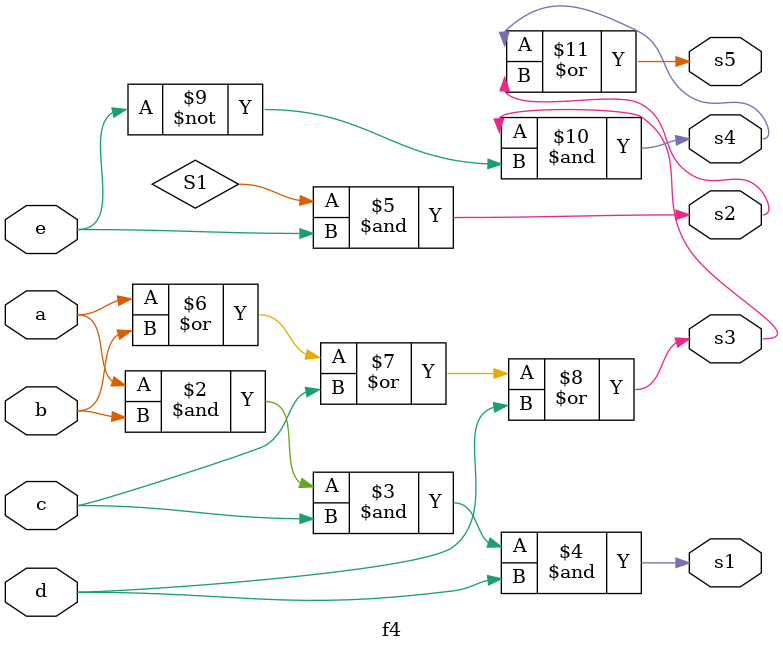
<source format=v>

module f4 (
output s1,
output s2, 
output s3,
output s4, 
output s5,
input a, 
input b,
input c,
input d,
input e
); 

and AND1(s1,a,b,c,d);
and AND2(s2,S1,e);
or or1(s3,a,b,c,d);
and and3(s4,s3,~e);
or or2 (s5, s4, s2);

endmodule // f4 
module test_f4; 
// ------------------------- definir dados 
reg  x; 
reg y;
reg  x1; 
reg y1;  
reg c; 
wire z1;
wire z2;
wire z3;
wire z4;
wire z5;
f4 modulo (z1,z2,z3,z4,z5, x, y, x1, y1, c); 
// ------------------------- parte principal 
initial begin 
$display("Exemplo0032 - Lucas Siqueira Chagas - 380783"); 
$display("Test LU's module"); 

end 
endmodule // test_f4 
</source>
